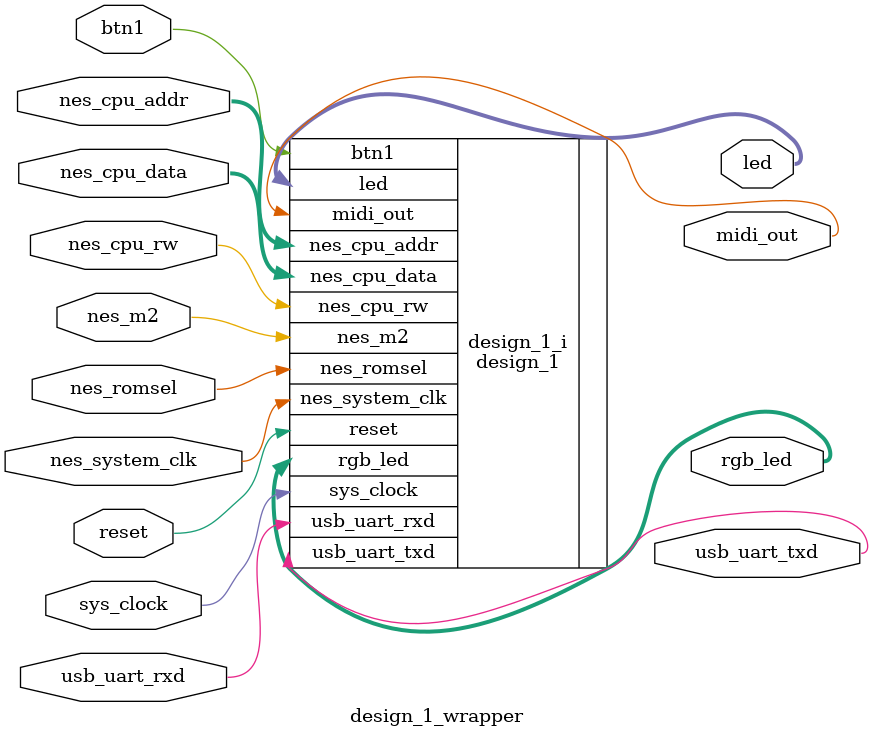
<source format=v>
`timescale 1 ps / 1 ps

module design_1_wrapper
   (btn1,
    led,
    midi_out,
    nes_cpu_addr,
    nes_cpu_data,
    nes_cpu_rw,
    nes_m2,
    nes_romsel,
    nes_system_clk,
    reset,
    rgb_led,
    sys_clock,
    usb_uart_rxd,
    usb_uart_txd);
  input btn1;
  output [1:0]led;
  output midi_out;
  input [14:0]nes_cpu_addr;
  input [7:0]nes_cpu_data;
  input nes_cpu_rw;
  input nes_m2;
  input nes_romsel;
  input nes_system_clk;
  input reset;
  output [2:0]rgb_led;
  input sys_clock;
  input usb_uart_rxd;
  output usb_uart_txd;

  wire btn1;
  wire [1:0]led;
  wire midi_out;
  wire [14:0]nes_cpu_addr;
  wire [7:0]nes_cpu_data;
  wire nes_cpu_rw;
  wire nes_m2;
  wire nes_romsel;
  wire nes_system_clk;
  wire reset;
  wire [2:0]rgb_led;
  wire sys_clock;
  wire usb_uart_rxd;
  wire usb_uart_txd;

  design_1 design_1_i
       (.btn1(btn1),
        .led(led),
        .midi_out(midi_out),
        .nes_cpu_addr(nes_cpu_addr),
        .nes_cpu_data(nes_cpu_data),
        .nes_cpu_rw(nes_cpu_rw),
        .nes_m2(nes_m2),
        .nes_romsel(nes_romsel),
        .nes_system_clk(nes_system_clk),
        .reset(reset),
        .rgb_led(rgb_led),
        .sys_clock(sys_clock),
        .usb_uart_rxd(usb_uart_rxd),
        .usb_uart_txd(usb_uart_txd));
endmodule

</source>
